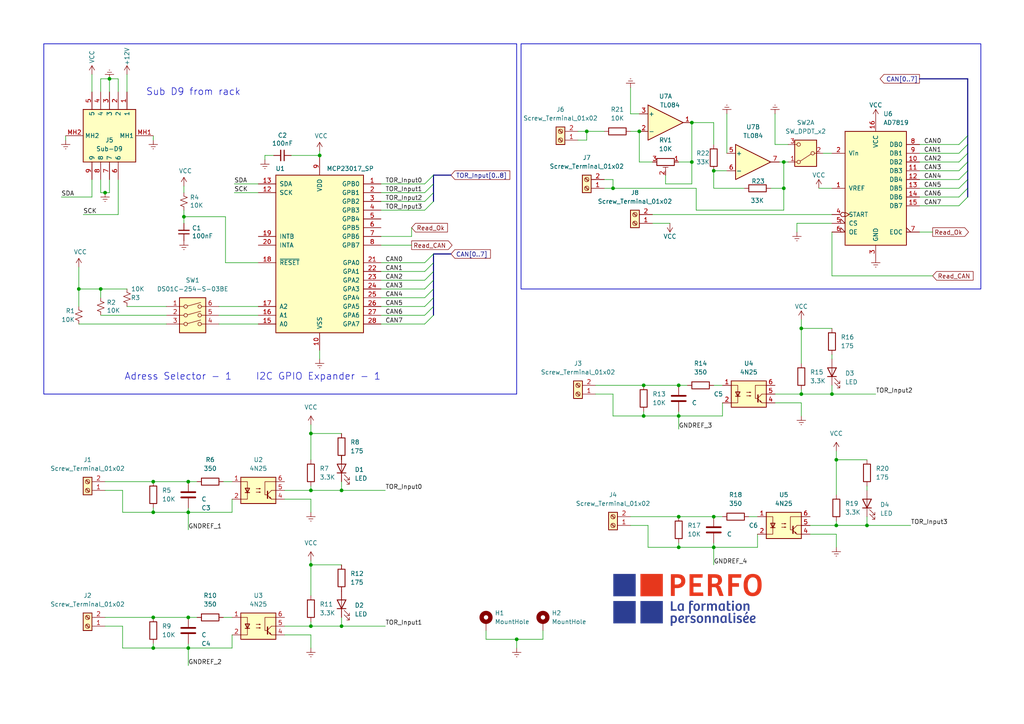
<source format=kicad_sch>
(kicad_sch (version 20231120) (generator "eeschema") (generator_version "8.0")
  (paper "A4")
  (title_block (title "Input Card") (date "2024-02-22"))
  (lib_symbols
    (symbol "Amplifier_Operational:TL084" (pin_names (offset 0.127))
      (property "Reference" "U" (at 0 5.08 0))
      (property "Value" "TL084" (at 0 -5.08 0))
      (symbol "TL084_1_1"
        (pin output line (at 7.62 0 180) (length 2.54) (name "~") (number "1"))
        (pin input line (at -7.62 -2.54 0) (length 2.54) (name "-") (number "2"))
        (pin input line (at -7.62 2.54 0) (length 2.54) (name "+") (number "3"))
      )
      (symbol "TL084_2_1"
        (pin input line (at -7.62 2.54 0) (length 2.54) (name "+") (number "5"))
        (pin input line (at -7.62 -2.54 0) (length 2.54) (name "-") (number "6"))
        (pin output line (at 7.62 0 180) (length 2.54) (name "~") (number "7"))
      )
      (symbol "TL084_3_1"
        (pin input line (at -7.62 2.54 0) (length 2.54) (name "+") (number "10"))
        (pin output line (at 7.62 0 180) (length 2.54) (name "~") (number "8"))
        (pin input line (at -7.62 -2.54 0) (length 2.54) (name "-") (number "9"))
      )
      (symbol "TL084_4_1"
        (pin input line (at -7.62 2.54 0) (length 2.54) (name "+") (number "12"))
        (pin input line (at -7.62 -2.54 0) (length 2.54) (name "-") (number "13"))
        (pin output line (at 7.62 0 180) (length 2.54) (name "~") (number "14"))
      )
      (symbol "TL084_5_1"
        (pin power_in line (at -2.54 -7.62 90) (length 3.81) (name "V-") (number "11"))
        (pin power_in line (at -2.54 7.62 270) (length 3.81) (name "V+") (number "4"))
      )
    )
    (symbol "Analog_ADC:AD7819" (pin_names (offset 1.016))
      (property "Reference" "U" (at -7.62 17.78 0))
      (property "Value" "AD7819" (at 3.81 17.78 0))
      (symbol "AD7819_1_1"
        (pin input line (at -12.7 0 0) (length 3.81) (name "VREF") (number "1"))
        (pin tri_state line (at 12.7 7.62 180) (length 3.81) (name "DB2") (number "10"))
        (pin tri_state line (at 12.7 5.08 180) (length 3.81) (name "DB3") (number "11"))
        (pin tri_state line (at 12.7 2.54 180) (length 3.81) (name "DB4") (number "12"))
        (pin tri_state line (at 12.7 0 180) (length 3.81) (name "DB5") (number "13"))
        (pin tri_state line (at 12.7 -2.54 180) (length 3.81) (name "DB6") (number "14"))
        (pin tri_state line (at 12.7 -5.08 180) (length 3.81) (name "DB7") (number "15"))
        (pin power_in line (at 0 20.32 270) (length 3.81) (name "VCC") (number "16"))
        (pin input line (at -12.7 10.16 0) (length 3.81) (name "Vin") (number "2"))
        (pin power_in line (at 0 -20.32 90) (length 3.81) (name "GND") (number "3"))
        (pin input inverted_clock (at -12.7 -7.62 0) (length 3.81) (name "START") (number "4"))
        (pin input input_low (at -12.7 -10.16 0) (length 3.81) (name "CS") (number "5"))
        (pin input input_low (at -12.7 -12.7 0) (length 3.81) (name "OE") (number "6"))
        (pin output output_low (at 12.7 -12.7 180) (length 3.81) (name "EOC") (number "7"))
        (pin tri_state line (at 12.7 12.7 180) (length 3.81) (name "DB0") (number "8"))
        (pin tri_state line (at 12.7 10.16 180) (length 3.81) (name "DB1") (number "9"))
      )
    )
    (symbol "Connector:Screw_Terminal_01x02" (pin_names (offset 1.016) hide)
      (property "Reference" "J" (at 0 2.54 0))
      (property "Value" "Screw_Terminal_01x02" (at 0 -5.08 0))
      (symbol "Screw_Terminal_01x02_1_1"
        (pin passive line (at -5.08 0 0) (length 3.81) (name "Pin_1") (number "1"))
        (pin passive line (at -5.08 -2.54 0) (length 3.81) (name "Pin_2") (number "2"))
      )
    )
    (symbol "Device:C" (pin_numbers hide) (pin_names (offset 0.254))
      (property "Reference" "C" (at 0.635 2.54 0))
      (property "Value" "C" (at 0.635 -2.54 0))
      (symbol "C_1_1"
        (pin passive line (at 0 3.81 270) (length 2.794) (name "~") (number "1"))
        (pin passive line (at 0 -3.81 90) (length 2.794) (name "~") (number "2"))
      )
    )
    (symbol "Device:C_Small" (pin_numbers hide) (pin_names (offset 0.254) hide)
      (property "Reference" "C" (at 0.254 1.778 0))
      (property "Value" "C_Small" (at 0.254 -2.032 0))
      (symbol "C_Small_1_1"
        (pin passive line (at 0 2.54 270) (length 2.032) (name "~") (number "1"))
        (pin passive line (at 0 -2.54 90) (length 2.032) (name "~") (number "2"))
      )
    )
    (symbol "Device:LED" (pin_numbers hide) (pin_names (offset 1.016) hide)
      (property "Reference" "D" (at 0 2.54 0))
      (property "Value" "LED" (at 0 -2.54 0))
      (symbol "LED_1_1"
        (pin passive line (at -3.81 0 0) (length 2.54) (name "K") (number "1"))
        (pin passive line (at 3.81 0 180) (length 2.54) (name "A") (number "2"))
      )
    )
    (symbol "Device:R" (pin_numbers hide) (pin_names (offset 0))
      (property "Reference" "R" (at 2.032 0 90))
      (property "Value" "R" (at 0 0 90))
      (symbol "R_1_1"
        (pin passive line (at 0 3.81 270) (length 1.27) (name "~") (number "1"))
        (pin passive line (at 0 -3.81 90) (length 1.27) (name "~") (number "2"))
      )
    )
    (symbol "Device:R_Potentiometer_Trim" (pin_names (offset 1.016) hide)
      (property "Reference" "RV" (at -4.445 0 90))
      (property "Value" "R_Potentiometer_Trim" (at -2.54 0 90))
      (symbol "R_Potentiometer_Trim_1_1"
        (pin passive line (at 0 3.81 270) (length 1.27) (name "1") (number "1"))
        (pin passive line (at 3.81 0 180) (length 1.27) (name "2") (number "2"))
        (pin passive line (at 0 -3.81 90) (length 1.27) (name "3") (number "3"))
      )
    )
    (symbol "Device:R_Small_US" (pin_numbers hide) (pin_names (offset 0.254) hide)
      (property "Reference" "R" (at 0.762 0.508 0))
      (property "Value" "R_Small_US" (at 0.762 -1.016 0))
      (symbol "R_Small_US_1_1"
        (pin passive line (at 0 2.54 270) (length 1.016) (name "~") (number "1"))
        (pin passive line (at 0 -2.54 90) (length 1.016) (name "~") (number "2"))
      )
    )
    (symbol "Interface_Expansion:MCP23017_SP" (pin_names (offset 1.016))
      (property "Reference" "U" (at -11.43 24.13 0))
      (property "Value" "MCP23017_SP" (at 0 0 0))
      (symbol "MCP23017_SP_1_1"
        (pin bidirectional line (at 17.78 20.32 180) (length 5.08) (name "GPB0") (number "1"))
        (pin power_in line (at 0 -27.94 90) (length 5.08) (name "VSS") (number "10"))
        (pin no_connect line (at -12.7 15.24 0) (length 5.08) hide (name "NC") (number "11"))
        (pin input line (at -17.78 17.78 0) (length 5.08) (name "SCK") (number "12"))
        (pin bidirectional line (at -17.78 20.32 0) (length 5.08) (name "SDA") (number "13"))
        (pin no_connect line (at -12.7 12.7 0) (length 5.08) hide (name "NC") (number "14"))
        (pin input line (at -17.78 -20.32 0) (length 5.08) (name "A0") (number "15"))
        (pin input line (at -17.78 -17.78 0) (length 5.08) (name "A1") (number "16"))
        (pin input line (at -17.78 -15.24 0) (length 5.08) (name "A2") (number "17"))
        (pin input line (at -17.78 -2.54 0) (length 5.08) (name "~{RESET}") (number "18"))
        (pin tri_state line (at -17.78 5.08 0) (length 5.08) (name "INTB") (number "19"))
        (pin bidirectional line (at 17.78 17.78 180) (length 5.08) (name "GPB1") (number "2"))
        (pin tri_state line (at -17.78 2.54 0) (length 5.08) (name "INTA") (number "20"))
        (pin bidirectional line (at 17.78 -2.54 180) (length 5.08) (name "GPA0") (number "21"))
        (pin bidirectional line (at 17.78 -5.08 180) (length 5.08) (name "GPA1") (number "22"))
        (pin bidirectional line (at 17.78 -7.62 180) (length 5.08) (name "GPA2") (number "23"))
        (pin bidirectional line (at 17.78 -10.16 180) (length 5.08) (name "GPA3") (number "24"))
        (pin bidirectional line (at 17.78 -12.7 180) (length 5.08) (name "GPA4") (number "25"))
        (pin bidirectional line (at 17.78 -15.24 180) (length 5.08) (name "GPA5") (number "26"))
        (pin bidirectional line (at 17.78 -17.78 180) (length 5.08) (name "GPA6") (number "27"))
        (pin bidirectional line (at 17.78 -20.32 180) (length 5.08) (name "GPA7") (number "28"))
        (pin bidirectional line (at 17.78 15.24 180) (length 5.08) (name "GPB2") (number "3"))
        (pin bidirectional line (at 17.78 12.7 180) (length 5.08) (name "GPB3") (number "4"))
        (pin bidirectional line (at 17.78 10.16 180) (length 5.08) (name "GPB4") (number "5"))
        (pin bidirectional line (at 17.78 7.62 180) (length 5.08) (name "GPB5") (number "6"))
        (pin bidirectional line (at 17.78 5.08 180) (length 5.08) (name "GPB6") (number "7"))
        (pin bidirectional line (at 17.78 2.54 180) (length 5.08) (name "GPB7") (number "8"))
        (pin power_in line (at 0 27.94 270) (length 5.08) (name "VDD") (number "9"))
      )
    )
    (symbol "Isolator:4N25" (pin_names (offset 1.016))
      (property "Reference" "U" (at -5.08 5.08 0))
      (property "Value" "4N25" (at 0 5.08 0))
      (symbol "4N25_1_1"
        (pin passive line (at -7.62 2.54 0) (length 2.54) (name "~") (number "1"))
        (pin passive line (at -7.62 -2.54 0) (length 2.54) (name "~") (number "2"))
        (pin no_connect line (at -5.08 0 0) (length 2.54) hide (name "NC") (number "3"))
        (pin passive line (at 7.62 -2.54 180) (length 2.54) (name "~") (number "4"))
        (pin passive line (at 7.62 0 180) (length 2.54) (name "~") (number "5"))
        (pin passive line (at 7.62 2.54 180) (length 2.54) (name "~") (number "6"))
      )
    )
    (symbol "Lib Perso:NFD17E09SAFC1DA"
      (property "Reference" "J" (at 21.59 12.7 0))
      (property "Value" "NFD17E09SAFC1DA" (at 21.59 10.16 0))
      (symbol "NFD17E09SAFC1DA_1_1"
        (pin passive line (at 17.78 12.7 270) (length 5.08) (name "1") (number "1"))
        (pin passive line (at 15.24 12.7 270) (length 5.08) (name "2") (number "2"))
        (pin passive line (at 12.7 12.7 270) (length 5.08) (name "3") (number "3"))
        (pin passive line (at 10.16 12.7 270) (length 5.08) (name "4") (number "4"))
        (pin passive line (at 7.62 12.7 270) (length 5.08) (name "5") (number "5"))
        (pin passive line (at 15.24 -12.7 90) (length 5.08) (name "6") (number "6"))
        (pin passive line (at 12.7 -12.7 90) (length 5.08) (name "7") (number "7"))
        (pin passive line (at 10.16 -12.7 90) (length 5.08) (name "8") (number "8"))
        (pin passive line (at 7.62 -12.7 90) (length 5.08) (name "9") (number "9"))
        (pin passive line (at 25.4 0 180) (length 5.08) (name "MH1") (number "MH1"))
        (pin passive line (at 0 0 0) (length 5.08) (name "MH2") (number "MH2"))
      )
    )
    (symbol "Mechanical:MountingHole_Pad" (pin_numbers hide) (pin_names (offset 1.016) hide)
      (property "Reference" "H" (at 0 6.35 0))
      (property "Value" "MountingHole_Pad" (at 0 4.445 0))
      (symbol "MountingHole_Pad_1_1"
        (pin input line (at 0 -2.54 90) (length 2.54) (name "1") (number "1"))
      )
    )
    (symbol "Switch:SW_DIP_x03" (pin_names (offset 0) hide)
      (property "Reference" "SW" (at 0 8.89 0))
      (property "Value" "SW_DIP_x03" (at 0 -3.81 0))
      (symbol "SW_DIP_x03_1_1"
        (pin passive line (at -7.62 5.08 0) (length 5.08) (name "~") (number "1"))
        (pin passive line (at -7.62 2.54 0) (length 5.08) (name "~") (number "2"))
        (pin passive line (at -7.62 0 0) (length 5.08) (name "~") (number "3"))
        (pin passive line (at 7.62 0 180) (length 5.08) (name "~") (number "4"))
        (pin passive line (at 7.62 2.54 180) (length 5.08) (name "~") (number "5"))
        (pin passive line (at 7.62 5.08 180) (length 5.08) (name "~") (number "6"))
      )
    )
    (symbol "Switch:SW_DPDT_x2" (pin_names (offset 0) hide)
      (property "Reference" "SW" (at 0 5.08 0))
      (property "Value" "SW_DPDT_x2" (at 0 -5.08 0))
      (symbol "SW_DPDT_x2_1_1"
        (pin passive line (at 5.08 2.54 180) (length 2.54) (name "A") (number "1"))
        (pin passive line (at -5.08 0 0) (length 2.54) (name "B") (number "2"))
        (pin passive line (at 5.08 -2.54 180) (length 2.54) (name "C") (number "3"))
      )
      (symbol "SW_DPDT_x2_2_1"
        (pin passive line (at 5.08 2.54 180) (length 2.54) (name "A") (number "4"))
        (pin passive line (at -5.08 0 0) (length 2.54) (name "B") (number "5"))
        (pin passive line (at 5.08 -2.54 180) (length 2.54) (name "C") (number "6"))
      )
    )
    (symbol "power:+12V" (power) (pin_names (offset 0))
      (property "Value" "+12V" (at 0 3.556 0))
      (symbol "+12V_1_1"
        (pin power_in line (at 0 0 90) (length 0) hide (name "+12V") (number "1"))
      )
    )
    (symbol "power:GNDREF" (power) (pin_names (offset 0))
      (property "Value" "GNDREF" (at 0 -3.81 0))
      (symbol "GNDREF_1_1"
        (pin power_in line (at 0 0 270) (length 0) hide (name "GNDREF") (number "1"))
      )
    )
    (symbol "power:VCC" (power) (pin_names (offset 0))
      (property "Value" "VCC" (at 0 3.81 0))
      (symbol "VCC_1_1"
        (pin power_in line (at 0 0 90) (length 0) hide (name "VCC") (number "1"))
      )
    )
  )
  (junction (at 53.34 62.865))
  (junction (at 196.85 158.75))
  (junction (at 207.01 158.75))
  (junction (at 99.06 142.24))
  (junction (at 54.61 187.96))
  (junction (at 185.42 38.1))
  (junction (at 242.57 133.35))
  (junction (at 44.45 139.7))
  (junction (at 99.06 181.61))
  (junction (at 90.17 181.61))
  (junction (at 232.41 114.3))
  (junction (at 241.3 114.3))
  (junction (at 186.69 111.76))
  (junction (at 200.66 35.56))
  (junction (at 196.85 149.86))
  (junction (at 54.61 148.59))
  (junction (at 44.45 148.59))
  (junction (at 54.61 139.7))
  (junction (at 177.8 54.61))
  (junction (at 44.45 187.96))
  (junction (at 242.57 152.4))
  (junction (at 207.01 49.53))
  (junction (at 196.85 120.65))
  (junction (at 31.75 22.86))
  (junction (at 92.71 45.085))
  (junction (at 232.41 95.25))
  (junction (at 149.86 185.42))
  (junction (at 44.45 179.07))
  (junction (at 90.17 142.24))
  (junction (at 90.17 125.73))
  (junction (at 200.66 46.99))
  (junction (at 22.86 83.82))
  (junction (at 207.01 149.86))
  (junction (at 54.61 179.07))
  (junction (at 251.46 152.4))
  (junction (at 170.18 38.1))
  (junction (at 196.85 111.76))
  (junction (at 30.48 55.88))
  (junction (at 227.33 46.99))
  (junction (at 29.21 83.82))
  (junction (at 186.69 120.65))
  (junction (at 90.17 163.83))
  (junction (at 227.33 54.61))
  (bus_entry (at 125.73 53.34) (size -2.54 2.54))
  (bus_entry (at 125.73 83.82) (size -2.54 2.54))
  (bus_entry (at 125.73 55.88) (size -2.54 2.54))
  (bus_entry (at 125.73 76.2) (size -2.54 2.54))
  (bus_entry (at 278.13 46.99) (size 2.54 -2.54))
  (bus_entry (at 125.73 86.36) (size -2.54 2.54))
  (bus_entry (at 278.13 59.69) (size 2.54 -2.54))
  (bus_entry (at 125.73 73.66) (size -2.54 2.54))
  (bus_entry (at 125.73 88.9) (size -2.54 2.54))
  (bus_entry (at 125.73 78.74) (size -2.54 2.54))
  (bus_entry (at 125.73 81.28) (size -2.54 2.54))
  (bus_entry (at 125.73 91.44) (size -2.54 2.54))
  (bus_entry (at 278.13 49.53) (size 2.54 -2.54))
  (bus_entry (at 278.13 52.07) (size 2.54 -2.54))
  (bus_entry (at 125.73 58.42) (size -2.54 2.54))
  (bus_entry (at 278.13 44.45) (size 2.54 -2.54))
  (bus_entry (at 125.73 50.8) (size -2.54 2.54))
  (bus_entry (at 278.13 54.61) (size 2.54 -2.54))
  (bus_entry (at 278.13 41.91) (size 2.54 -2.54))
  (bus_entry (at 278.13 57.15) (size 2.54 -2.54))
  (wire (pts (xy 241.3 80.01) (xy 270.51 80.01)))
  (wire (pts (xy 196.85 46.99) (xy 200.66 46.99)))
  (wire (pts (xy 74.93 55.88) (xy 67.945 55.88)))
  (wire (pts (xy 207.01 54.61) (xy 215.9 54.61)))
  (wire (pts (xy 67.31 184.15) (xy 67.31 187.96)))
  (wire (pts (xy 90.17 163.83) (xy 90.17 172.72)))
  (wire (pts (xy 227.33 46.99) (xy 228.6 46.99)))
  (wire (pts (xy 110.49 83.82) (xy 123.19 83.82)))
  (wire (pts (xy 110.49 93.98) (xy 123.19 93.98)))
  (wire (pts (xy 186.69 119.38) (xy 186.69 120.65)))
  (wire (pts (xy 242.57 130.81) (xy 242.57 133.35)))
  (wire (pts (xy 251.46 149.86) (xy 251.46 152.4)))
  (wire (pts (xy 266.7 57.15) (xy 278.13 57.15)))
  (wire (pts (xy 30.48 179.07) (xy 44.45 179.07)))
  (wire (pts (xy 74.93 53.34) (xy 67.945 53.34)))
  (wire (pts (xy 172.72 111.76) (xy 186.69 111.76)))
  (wire (pts (xy 29.21 26.67) (xy 29.21 22.86)))
  (wire (pts (xy 242.57 154.94) (xy 242.57 158.75)))
  (wire (pts (xy 251.46 140.97) (xy 251.46 142.24)))
  (wire (pts (xy 187.96 152.4) (xy 187.96 158.75)))
  (wire (pts (xy 19.05 39.37) (xy 19.05 40.64)))
  (wire (pts (xy 44.45 147.32) (xy 44.45 148.59)))
  (wire (pts (xy 209.55 116.84) (xy 209.55 120.65)))
  (wire (pts (xy 110.49 81.28) (xy 123.19 81.28)))
  (wire (pts (xy 242.57 133.35) (xy 251.46 133.35)))
  (wire (pts (xy 241.3 114.3) (xy 254 114.3)))
  (wire (pts (xy 90.17 125.73) (xy 90.17 133.35)))
  (wire (pts (xy 196.85 120.65) (xy 196.85 124.46)))
  (wire (pts (xy 157.48 182.88) (xy 157.48 185.42)))
  (wire (pts (xy 110.49 86.36) (xy 123.19 86.36)))
  (wire (pts (xy 201.93 60.96) (xy 227.33 60.96)))
  (wire (pts (xy 53.34 55.88) (xy 53.34 53.975)))
  (wire (pts (xy 149.86 185.42) (xy 157.48 185.42)))
  (wire (pts (xy 92.71 45.72) (xy 92.71 45.085)))
  (wire (pts (xy 232.41 113.03) (xy 232.41 114.3)))
  (wire (pts (xy 196.85 120.65) (xy 209.55 120.65)))
  (wire (pts (xy 224.79 33.02) (xy 224.79 41.91)))
  (wire (pts (xy 110.49 88.9) (xy 123.19 88.9)))
  (wire (pts (xy 241.3 111.76) (xy 241.3 114.3)))
  (wire (pts (xy 227.33 46.99) (xy 227.33 54.61)))
  (wire (pts (xy 54.61 187.96) (xy 67.31 187.96)))
  (wire (pts (xy 34.29 62.23) (xy 24.13 62.23)))
  (wire (pts (xy 54.61 186.69) (xy 54.61 187.96)))
  (wire (pts (xy 200.66 46.99) (xy 200.66 53.34)))
  (wire (pts (xy 219.71 154.94) (xy 219.71 158.75)))
  (wire (pts (xy 207.01 49.53) (xy 210.82 49.53)))
  (wire (pts (xy 90.17 181.61) (xy 82.55 181.61)))
  (wire (pts (xy 110.49 60.96) (xy 123.19 60.96)))
  (wire (pts (xy 170.18 40.64) (xy 170.18 38.1)))
  (wire (pts (xy 224.79 116.84) (xy 232.41 116.84)))
  (wire (pts (xy 266.7 52.07) (xy 278.13 52.07)))
  (wire (pts (xy 65.405 76.2) (xy 65.405 62.865)))
  (wire (pts (xy 35.56 181.61) (xy 35.56 187.96)))
  (wire (pts (xy 196.85 157.48) (xy 196.85 158.75)))
  (wire (pts (xy 266.7 59.69) (xy 278.13 59.69)))
  (wire (pts (xy 232.41 114.3) (xy 241.3 114.3)))
  (wire (pts (xy 232.41 95.25) (xy 232.41 105.41)))
  (wire (pts (xy 90.17 125.73) (xy 99.06 125.73)))
  (wire (pts (xy 34.29 22.86) (xy 31.75 22.86)))
  (wire (pts (xy 110.49 55.88) (xy 123.19 55.88)))
  (wire (pts (xy 84.455 45.085) (xy 92.71 45.085)))
  (wire (pts (xy 29.21 83.82) (xy 36.83 83.82)))
  (wire (pts (xy 35.56 148.59) (xy 44.45 148.59)))
  (wire (pts (xy 196.85 158.75) (xy 207.01 158.75)))
  (wire (pts (xy 182.88 149.86) (xy 196.85 149.86)))
  (wire (pts (xy 196.85 149.86) (xy 207.01 149.86)))
  (wire (pts (xy 193.04 50.8) (xy 193.04 53.34)))
  (wire (pts (xy 22.86 93.98) (xy 48.26 93.98)))
  (wire (pts (xy 64.77 139.7) (xy 67.31 139.7)))
  (wire (pts (xy 140.97 185.42) (xy 140.97 182.88)))
  (wire (pts (xy 167.64 40.64) (xy 170.18 40.64)))
  (bus (pts (xy 125.73 55.88) (xy 125.73 53.34)))
  (wire (pts (xy 232.41 95.25) (xy 241.3 95.25)))
  (wire (pts (xy 53.34 60.96) (xy 53.34 62.865)))
  (wire (pts (xy 90.17 142.24) (xy 82.55 142.24)))
  (wire (pts (xy 177.8 120.65) (xy 186.69 120.65)))
  (wire (pts (xy 207.01 49.53) (xy 207.01 54.61)))
  (wire (pts (xy 231.14 64.77) (xy 231.14 67.31)))
  (wire (pts (xy 207.01 149.86) (xy 209.55 149.86)))
  (wire (pts (xy 119.38 68.58) (xy 110.49 68.58)))
  (wire (pts (xy 110.49 78.74) (xy 123.19 78.74)))
  (wire (pts (xy 44.45 186.69) (xy 44.45 187.96)))
  (wire (pts (xy 82.55 144.78) (xy 90.17 144.78)))
  (wire (pts (xy 30.48 139.7) (xy 44.45 139.7)))
  (wire (pts (xy 238.76 44.45) (xy 241.3 44.45)))
  (wire (pts (xy 90.17 140.97) (xy 90.17 142.24)))
  (wire (pts (xy 227.33 60.96) (xy 227.33 54.61)))
  (bus (pts (xy 125.73 76.2) (xy 125.73 73.66)))
  (wire (pts (xy 241.3 102.87) (xy 241.3 104.14)))
  (wire (pts (xy 140.97 185.42) (xy 149.86 185.42)))
  (wire (pts (xy 207.01 157.48) (xy 207.01 158.75)))
  (wire (pts (xy 54.61 139.7) (xy 57.15 139.7)))
  (wire (pts (xy 30.48 181.61) (xy 35.56 181.61)))
  (wire (pts (xy 242.57 133.35) (xy 242.57 143.51)))
  (wire (pts (xy 266.7 46.99) (xy 278.13 46.99)))
  (wire (pts (xy 110.49 71.12) (xy 119.38 71.12)))
  (wire (pts (xy 63.5 93.98) (xy 74.93 93.98)))
  (wire (pts (xy 110.49 58.42) (xy 123.19 58.42)))
  (wire (pts (xy 36.83 88.9) (xy 48.26 88.9)))
  (wire (pts (xy 175.26 52.07) (xy 177.8 52.07)))
  (bus (pts (xy 125.73 53.34) (xy 125.73 50.8)))
  (wire (pts (xy 201.93 54.61) (xy 201.93 60.96)))
  (wire (pts (xy 63.5 88.9) (xy 74.93 88.9)))
  (bus (pts (xy 125.73 91.44) (xy 125.73 88.9)))
  (wire (pts (xy 185.42 33.02) (xy 182.88 33.02)))
  (wire (pts (xy 223.52 54.61) (xy 227.33 54.61)))
  (bus (pts (xy 125.73 86.36) (xy 125.73 83.82)))
  (wire (pts (xy 44.45 39.37) (xy 44.45 40.64)))
  (wire (pts (xy 36.83 21.59) (xy 36.83 26.67)))
  (wire (pts (xy 242.57 151.13) (xy 242.57 152.4)))
  (wire (pts (xy 170.18 38.1) (xy 175.26 38.1)))
  (bus (pts (xy 280.67 54.61) (xy 280.67 52.07)))
  (wire (pts (xy 31.75 52.07) (xy 31.75 55.88)))
  (wire (pts (xy 185.42 38.1) (xy 185.42 46.99)))
  (wire (pts (xy 167.64 38.1) (xy 170.18 38.1)))
  (wire (pts (xy 217.17 149.86) (xy 219.71 149.86)))
  (wire (pts (xy 172.72 114.3) (xy 177.8 114.3)))
  (wire (pts (xy 189.23 64.77) (xy 194.31 64.77)))
  (bus (pts (xy 125.73 73.66) (xy 130.81 73.66)))
  (bus (pts (xy 280.67 41.91) (xy 280.67 39.37)))
  (wire (pts (xy 99.06 139.7) (xy 99.06 142.24)))
  (bus (pts (xy 280.67 39.37) (xy 280.67 22.86)))
  (wire (pts (xy 54.61 148.59) (xy 54.61 153.67)))
  (bus (pts (xy 125.73 50.8) (xy 130.81 50.8)))
  (wire (pts (xy 99.06 142.24) (xy 111.76 142.24)))
  (wire (pts (xy 177.8 54.61) (xy 201.93 54.61)))
  (wire (pts (xy 54.61 187.96) (xy 54.61 193.04)))
  (wire (pts (xy 207.01 41.91) (xy 207.01 35.56)))
  (wire (pts (xy 35.56 187.96) (xy 44.45 187.96)))
  (wire (pts (xy 200.66 35.56) (xy 200.66 46.99)))
  (wire (pts (xy 31.75 22.86) (xy 31.75 26.67)))
  (wire (pts (xy 182.88 25.4) (xy 182.88 33.02)))
  (wire (pts (xy 22.86 83.82) (xy 22.86 88.9)))
  (wire (pts (xy 207.01 35.56) (xy 200.66 35.56)))
  (wire (pts (xy 67.31 144.78) (xy 67.31 148.59)))
  (bus (pts (xy 280.67 44.45) (xy 280.67 41.91)))
  (wire (pts (xy 210.82 33.02) (xy 210.82 44.45)))
  (bus (pts (xy 125.73 78.74) (xy 125.73 76.2)))
  (wire (pts (xy 242.57 152.4) (xy 234.95 152.4)))
  (wire (pts (xy 90.17 181.61) (xy 99.06 181.61)))
  (bus (pts (xy 280.67 57.15) (xy 280.67 54.61)))
  (wire (pts (xy 29.21 22.86) (xy 31.75 22.86)))
  (wire (pts (xy 99.06 181.61) (xy 111.76 181.61)))
  (wire (pts (xy 54.61 179.07) (xy 57.15 179.07)))
  (wire (pts (xy 29.21 91.44) (xy 48.26 91.44)))
  (wire (pts (xy 186.69 111.76) (xy 196.85 111.76)))
  (bus (pts (xy 266.7 22.86) (xy 280.67 22.86)))
  (wire (pts (xy 76.835 45.085) (xy 76.835 46.355)))
  (wire (pts (xy 90.17 162.56) (xy 90.17 163.83)))
  (wire (pts (xy 182.88 152.4) (xy 187.96 152.4)))
  (wire (pts (xy 187.96 158.75) (xy 196.85 158.75)))
  (wire (pts (xy 99.06 179.07) (xy 99.06 181.61)))
  (wire (pts (xy 29.21 55.88) (xy 30.48 55.88)))
  (wire (pts (xy 26.67 57.15) (xy 17.78 57.15)))
  (wire (pts (xy 99.06 133.35) (xy 99.06 132.08)))
  (wire (pts (xy 182.88 38.1) (xy 185.42 38.1)))
  (wire (pts (xy 35.56 142.24) (xy 35.56 148.59)))
  (wire (pts (xy 177.8 114.3) (xy 177.8 120.65)))
  (wire (pts (xy 175.26 54.61) (xy 177.8 54.61)))
  (wire (pts (xy 92.71 104.14) (xy 92.71 101.6)))
  (wire (pts (xy 242.57 152.4) (xy 251.46 152.4)))
  (wire (pts (xy 266.7 49.53) (xy 278.13 49.53)))
  (wire (pts (xy 241.3 64.77) (xy 231.14 64.77)))
  (wire (pts (xy 34.29 26.67) (xy 34.29 22.86)))
  (wire (pts (xy 54.61 148.59) (xy 67.31 148.59)))
  (wire (pts (xy 232.41 92.71) (xy 232.41 95.25)))
  (wire (pts (xy 110.49 53.34) (xy 123.19 53.34)))
  (wire (pts (xy 241.3 67.31) (xy 241.3 80.01)))
  (wire (pts (xy 29.21 83.82) (xy 22.86 83.82)))
  (wire (pts (xy 207.01 158.75) (xy 207.01 163.83)))
  (wire (pts (xy 193.04 53.34) (xy 200.66 53.34)))
  (bus (pts (xy 125.73 88.9) (xy 125.73 86.36)))
  (wire (pts (xy 44.45 139.7) (xy 54.61 139.7)))
  (wire (pts (xy 232.41 114.3) (xy 224.79 114.3)))
  (wire (pts (xy 26.67 52.07) (xy 26.67 57.15)))
  (wire (pts (xy 79.375 45.085) (xy 76.835 45.085)))
  (wire (pts (xy 90.17 180.34) (xy 90.17 181.61)))
  (wire (pts (xy 226.06 46.99) (xy 227.33 46.99)))
  (wire (pts (xy 64.77 179.07) (xy 67.31 179.07)))
  (wire (pts (xy 44.45 187.96) (xy 54.61 187.96)))
  (bus (pts (xy 280.67 46.99) (xy 280.67 44.45)))
  (wire (pts (xy 237.49 54.61) (xy 241.3 54.61)))
  (wire (pts (xy 65.405 62.865) (xy 53.34 62.865)))
  (wire (pts (xy 44.45 179.07) (xy 54.61 179.07)))
  (wire (pts (xy 90.17 123.19) (xy 90.17 125.73)))
  (wire (pts (xy 266.7 67.31) (xy 270.51 67.31)))
  (wire (pts (xy 53.34 62.865) (xy 53.34 64.77)))
  (wire (pts (xy 207.01 158.75) (xy 219.71 158.75)))
  (bus (pts (xy 280.67 52.07) (xy 280.67 49.53)))
  (wire (pts (xy 196.85 111.76) (xy 199.39 111.76)))
  (wire (pts (xy 30.48 142.24) (xy 35.56 142.24)))
  (wire (pts (xy 54.61 147.32) (xy 54.61 148.59)))
  (wire (pts (xy 266.7 44.45) (xy 278.13 44.45)))
  (wire (pts (xy 266.7 54.61) (xy 278.13 54.61)))
  (bus (pts (xy 280.67 49.53) (xy 280.67 46.99)))
  (wire (pts (xy 196.85 119.38) (xy 196.85 120.65)))
  (bus (pts (xy 125.73 81.28) (xy 125.73 78.74)))
  (wire (pts (xy 65.405 76.2) (xy 74.93 76.2)))
  (wire (pts (xy 177.8 52.07) (xy 177.8 54.61)))
  (wire (pts (xy 90.17 184.15) (xy 90.17 187.96)))
  (wire (pts (xy 149.86 185.42) (xy 149.86 187.96)))
  (wire (pts (xy 31.75 55.88) (xy 30.48 55.88)))
  (wire (pts (xy 251.46 152.4) (xy 264.16 152.4)))
  (wire (pts (xy 82.55 184.15) (xy 90.17 184.15)))
  (wire (pts (xy 234.95 154.94) (xy 242.57 154.94)))
  (wire (pts (xy 110.49 91.44) (xy 123.19 91.44)))
  (bus (pts (xy 125.73 58.42) (xy 125.73 55.88)))
  (wire (pts (xy 92.71 45.085) (xy 92.71 43.815)))
  (wire (pts (xy 29.21 52.07) (xy 29.21 55.88)))
  (wire (pts (xy 207.01 111.76) (xy 209.55 111.76)))
  (wire (pts (xy 110.49 76.2) (xy 123.19 76.2)))
  (wire (pts (xy 63.5 91.44) (xy 74.93 91.44)))
  (wire (pts (xy 266.7 41.91) (xy 278.13 41.91)))
  (wire (pts (xy 186.69 120.65) (xy 196.85 120.65)))
  (bus (pts (xy 125.73 83.82) (xy 125.73 81.28)))
  (wire (pts (xy 22.86 77.47) (xy 22.86 83.82)))
  (wire (pts (xy 34.29 52.07) (xy 34.29 62.23)))
  (wire (pts (xy 26.67 21.59) (xy 26.67 26.67)))
  (wire (pts (xy 232.41 116.84) (xy 232.41 120.65)))
  (wire (pts (xy 119.38 66.04) (xy 119.38 68.58)))
  (wire (pts (xy 90.17 144.78) (xy 90.17 148.59)))
  (wire (pts (xy 185.42 46.99) (xy 189.23 46.99)))
  (wire (pts (xy 90.17 163.83) (xy 99.06 163.83)))
  (wire (pts (xy 90.17 142.24) (xy 99.06 142.24)))
  (wire (pts (xy 29.21 86.36) (xy 29.21 83.82)))
  (wire (pts (xy 228.6 41.91) (xy 224.79 41.91)))
  (wire (pts (xy 189.23 62.23) (xy 241.3 62.23)))
  (wire (pts (xy 44.45 148.59) (xy 54.61 148.59)))
  (rectangle (start 12.7 12.7) (end 149.86 114.3) (stroke (width 0.2)))
  (rectangle (start 151.13 12.7) (end 284.48 83.82) (stroke (width 0.2)))
  (image (at 199.39 173.99) (scale 1.68779))
  (text "I2C GPIO Expander - 1\n" (at 110.49 110.49 0) (effects (font (size 2.0066 2.0066)) (justify right bottom)))
  (text "Adress Selector - 1" (at 67.31 110.49 0) (effects (font (size 2.0066 2.0066)) (justify right bottom)))
  (text "Sub D9 from rack" (at 69.85 27.94 0) (effects (font (size 2.0066 2.0066)) (justify right bottom)))
  (label "TOR_Input3" (at 111.76 60.96 0))
  (label "TOR_Input3" (at 264.16 152.4 0))
  (label "CAN0" (at 267.97 41.91 0))
  (label "CAN7" (at 267.97 59.69 0))
  (label "CAN0" (at 111.76 76.2 0))
  (label "CAN5" (at 111.76 88.9 0))
  (label "TOR_Input1" (at 111.76 55.88 0))
  (label "GNDREF_3" (at 196.85 124.46 0))
  (label "GNDREF_1" (at 54.61 153.67 0))
  (label "SCK" (at 67.945 55.88 0))
  (label "CAN1" (at 111.76 78.74 0))
  (label "CAN3" (at 111.76 83.82 0))
  (label "TOR_Input2" (at 254 114.3 0))
  (label "CAN6" (at 267.97 57.15 0))
  (label "TOR_Input0" (at 111.76 142.24 0))
  (label "CAN4" (at 267.97 52.07 0))
  (label "SCK" (at 24.13 62.23 0))
  (label "GNDREF_2" (at 54.61 193.04 0))
  (label "CAN3" (at 267.97 49.53 0))
  (label "CAN7" (at 111.76 93.98 0))
  (label "SDA" (at 67.945 53.34 0))
  (label "TOR_Input1" (at 111.76 181.61 0))
  (label "CAN4" (at 111.76 86.36 0))
  (label "GNDREF_4" (at 207.01 163.83 0))
  (label "CAN2" (at 111.76 81.28 0))
  (label "CAN1" (at 267.97 44.45 0))
  (label "CAN6" (at 111.76 91.44 0))
  (label "TOR_Input0" (at 111.76 53.34 0))
  (label "CAN2" (at 267.97 46.99 0))
  (label "CAN5" (at 267.97 54.61 0))
  (label "TOR_Input2" (at 111.76 58.42 0))
  (label "SDA" (at 17.78 57.15 0))
  (global_label "Read_CAN" (shape output) (at 119.38 71.12 0) (property "Intersheetrefs" "${INTERSHEET_REFS}" (effects (hide yes))))
  (global_label "TOR_Input[0..8]" (shape input) (at 130.81 50.8 0) (property "Intersheetrefs" "${INTERSHEET_REFS}" (effects (hide yes))))
  (global_label "Read_CAN" (shape input) (at 270.51 80.01 0) (property "Intersheetrefs" "${INTERSHEET_REFS}" (effects (hide yes))))
  (global_label "CAN[0..7]" (shape input) (at 130.81 73.66 0) (property "Intersheetrefs" "${INTERSHEET_REFS}" (effects (hide yes))))
  (global_label "CAN[0..7]" (shape output) (at 266.7 22.86 180) (property "Intersheetrefs" "${INTERSHEET_REFS}" (effects (hide yes))))
  (global_label "Read_Ok" (shape output) (at 270.51 67.31 0) (property "Intersheetrefs" "${INTERSHEET_REFS}" (effects (hide yes))))
  (global_label "Read_Ok" (shape input) (at 119.38 66.04 0) (property "Intersheetrefs" "${INTERSHEET_REFS}" (effects (hide yes))))
  (symbol (lib_id "Isolator:4N25") (at 227.33 152.4 0) (unit 1)
    (property "Reference" "U5" (at 227.33 143.51 0))
    (property "Value" "4N25" (at 227.33 146.05 0))
    (property "Footprint" "Package_DIP:DIP-6_W7.62mm" (effects (hide yes)))
    (property "Datasheet" "https://www.vishay.com/docs/83725/4n25.pdf" (effects (hide yes)))
  )
  (symbol (lib_id "Isolator:4N25") (at 217.17 114.3 0) (unit 1)
    (property "Reference" "U4" (at 217.17 105.41 0))
    (property "Value" "4N25" (at 217.17 107.95 0))
    (property "Footprint" "Package_DIP:DIP-6_W7.62mm" (effects (hide yes)))
    (property "Datasheet" "https://www.vishay.com/docs/83725/4n25.pdf" (effects (hide yes)))
  )
  (symbol (lib_id "Connector:Screw_Terminal_01x02") (at 177.8 152.4 180) (unit 1)
    (property "Reference" "J4" (at 177.8 143.51 0))
    (property "Value" "Screw_Terminal_01x02" (at 177.8 146.05 0))
    (property "Footprint" "Lib_Perso:1735882" (effects (hide yes)))
  )
  (symbol (lib_id "Amplifier_Operational:TL084") (at 193.04 35.56 0) (unit 1)
    (property "Reference" "U7" (at 193.04 27.94 0))
    (property "Value" "TL084" (at 194.31 30.48 0))
    (property "Footprint" "Lib_Perso:DIP794W53P254L1930H508Q14N" (effects (hide yes)))
    (property "Datasheet" "http://www.ti.com/lit/ds/symlink/tl081.pdf" (effects (hide yes)))
  )
  (symbol (lib_id "Connector:Screw_Terminal_01x02") (at 25.4 142.24 180) (unit 1)
    (property "Reference" "J1" (at 25.4 133.35 0))
    (property "Value" "Screw_Terminal_01x02" (at 25.4 135.89 0))
    (property "Footprint" "Lib_Perso:1735882" (effects (hide yes)))
  )
  (symbol (lib_id "power:+12V") (at 36.83 21.59 0) (unit 1)
    (property "Reference" "#PWR035" (effects (hide yes)))
    (property "Value" "+12V" (at 36.83 19.05 90) (effects (justify left)))
  )
  (symbol (lib_id "power:GNDREF") (at 19.05 40.64 0) (mirror y) (unit 1)
    (property "Reference" "#PWR031" (effects (hide yes)))
    (property "Value" "GNDREF" (effects (hide yes)))
  )
  (symbol (lib_id "Device:LED") (at 99.06 135.89 90) (unit 1)
    (property "Reference" "D1" (at 102.87 136.2075 90) (effects (justify right)))
    (property "Value" "LED" (at 102.87 138.7475 90) (effects (justify right)))
    (property "Footprint" "LED_THT:LED_D3.0mm_Horizontal_O3.81mm_Z2.0mm" (effects (hide yes)))
  )
  (symbol (lib_id "Device:R_Small_US") (at 29.21 88.9 0) (unit 1)
    (property "Reference" "R2" (at 30.9372 87.7316 0) (effects (justify left)))
    (property "Value" "10K" (at 30.9372 90.043 0) (effects (justify left)))
    (property "Footprint" "Resistor_THT:R_Axial_DIN0207_L6.3mm_D2.5mm_P7.62mm_Horizontal" (effects (hide yes)))
  )
  (symbol (lib_id "Mechanical:MountingHole_Pad") (at 140.97 180.34 0) (unit 1)
    (property "Reference" "H1" (at 143.51 177.8 0) (effects (justify left)))
    (property "Value" "MountHole" (at 143.51 180.34 0) (effects (justify left)))
    (property "Footprint" "MountingHole:MountingHole_3.2mm_M3_Pad_Via" (effects (hide yes)))
  )
  (symbol (lib_id "Device:C") (at 196.85 115.57 0) (unit 1)
    (property "Reference" "C5" (at 207.01 114.3 0) (effects (justify left)))
    (property "Value" "C" (at 200.66 116.84 0) (effects (justify left)))
    (property "Footprint" "Capacitor_THT:C_Radial_D4.0mm_H5.0mm_P1.50mm" (effects (hide yes)))
  )
  (symbol (lib_id "power:VCC") (at 232.41 92.71 0) (unit 1)
    (property "Reference" "#PWR027" (effects (hide yes)))
    (property "Value" "VCC" (at 232.41 88.9 0))
  )
  (symbol (lib_id "Device:R") (at 251.46 137.16 0) (unit 1)
    (property "Reference" "R20" (at 254 135.8899 0) (effects (justify left)))
    (property "Value" "175" (at 254 138.4299 0) (effects (justify left)))
    (property "Footprint" "Resistor_THT:R_Axial_DIN0207_L6.3mm_D2.5mm_P7.62mm_Horizontal" (effects (hide yes)))
  )
  (symbol (lib_id "power:VCC") (at 22.86 77.47 0) (unit 1)
    (property "Reference" "#PWR01" (effects (hide yes)))
    (property "Value" "VCC" (at 23.2918 73.0758 0))
  )
  (symbol (lib_id "Lib Perso:NFD17E09SAFC1DA") (at 19.05 39.37 0) (unit 1)
    (property "Reference" "J5" (at 31.75 40.64 0))
    (property "Value" "Sub-D9" (at 31.75 43.18 0))
    (property "Footprint" "Lib_Perso:NFD17E09SAFC1DA" (effects (hide yes)))
    (property "Datasheet" "https://cdn.amphenol-cs.com/media/wysiwyg/files/drawing/p-nfd17-xxxsa-fc1d-a.pdf" (effects (hide yes)))
    (property "Height" "12.93" (effects (hide yes)))
    (property "Manufacturer_Name" "Amphenol Communications Solutions" (effects (hide yes)))
    (property "Manufacturer_Part_Number" "NFD17E09SAFC1DA" (effects (hide yes)))
  )
  (symbol (lib_id "power:VCC") (at 90.17 123.19 0) (unit 1)
    (property "Reference" "#PWR011" (effects (hide yes)))
    (property "Value" "VCC" (at 90.17 118.11 0))
  )
  (symbol (lib_id "Device:C") (at 54.61 182.88 0) (unit 1)
    (property "Reference" "C4" (at 58.42 186.69 0) (effects (justify left)))
    (property "Value" "C" (at 58.42 184.15 0) (effects (justify left)))
    (property "Footprint" "Capacitor_THT:C_Radial_D4.0mm_H5.0mm_P1.50mm" (effects (hide yes)))
  )
  (symbol (lib_id "Device:R_Potentiometer_Trim") (at 193.04 46.99 270) (unit 1)
    (property "Reference" "RV1" (at 193.04 40.64 90))
    (property "Value" "10K" (at 193.04 43.18 90))
    (property "Footprint" "Lib_Perso:3296W1223LF" (effects (hide yes)))
  )
  (symbol (lib_id "Device:R") (at 90.17 176.53 0) (unit 1)
    (property "Reference" "R11" (at 92.71 175.2599 0) (effects (justify left)))
    (property "Value" "3.3K" (at 92.71 177.7999 0) (effects (justify left)))
    (property "Footprint" "Resistor_THT:R_Axial_DIN0207_L6.3mm_D2.5mm_P7.62mm_Horizontal" (effects (hide yes)))
  )
  (symbol (lib_id "Device:R") (at 60.96 139.7 90) (unit 1)
    (property "Reference" "R6" (at 60.96 133.35 90))
    (property "Value" "350" (at 60.96 135.89 90))
    (property "Footprint" "Resistor_THT:R_Axial_DIN0207_L6.3mm_D2.5mm_P7.62mm_Horizontal" (effects (hide yes)))
  )
  (symbol (lib_id "Device:R") (at 186.69 115.57 0) (unit 1)
    (property "Reference" "R13" (at 189.23 114.2999 0) (effects (justify left)))
    (property "Value" "10K" (at 189.23 116.8399 0) (effects (justify left)))
    (property "Footprint" "Resistor_THT:R_Axial_DIN0207_L6.3mm_D2.5mm_P7.62mm_Horizontal" (effects (hide yes)))
  )
  (symbol (lib_id "power:GNDREF") (at 44.45 40.64 0) (mirror y) (unit 1)
    (property "Reference" "#PWR036" (effects (hide yes)))
    (property "Value" "GNDREF" (effects (hide yes)))
  )
  (symbol (lib_id "power:VCC") (at 237.49 54.61 0) (unit 1)
    (property "Reference" "#PWR041" (effects (hide yes)))
    (property "Value" "VCC" (at 237.49 50.8 0))
  )
  (symbol (lib_id "power:GNDREF") (at 224.79 33.02 0) (mirror x) (unit 1)
    (property "Reference" "#PWR039" (effects (hide yes)))
    (property "Value" "GNDREF" (effects (hide yes)))
  )
  (symbol (lib_id "Device:R") (at 44.45 182.88 0) (unit 1)
    (property "Reference" "R9" (at 46.99 181.6099 0) (effects (justify left)))
    (property "Value" "10K" (at 46.99 184.1499 0) (effects (justify left)))
    (property "Footprint" "Resistor_THT:R_Axial_DIN0207_L6.3mm_D2.5mm_P7.62mm_Horizontal" (effects (hide yes)))
  )
  (symbol (lib_id "Device:R_Small_US") (at 22.86 91.44 0) (unit 1)
    (property "Reference" "R1" (at 19.05 90.17 0) (effects (justify left)))
    (property "Value" "10K" (at 17.78 92.71 0) (effects (justify left)))
    (property "Footprint" "Resistor_THT:R_Axial_DIN0207_L6.3mm_D2.5mm_P7.62mm_Horizontal" (effects (hide yes)))
  )
  (symbol (lib_id "power:GNDREF") (at 53.34 69.85 0) (mirror y) (unit 1)
    (property "Reference" "#PWR03" (effects (hide yes)))
    (property "Value" "GNDREF" (effects (hide yes)))
  )
  (symbol (lib_id "power:GNDREF") (at 92.71 104.14 0) (mirror y) (unit 1)
    (property "Reference" "#PWR06" (effects (hide yes)))
    (property "Value" "GNDREF" (effects (hide yes)))
  )
  (symbol (lib_id "power:VCC") (at 254 34.29 0) (unit 1)
    (property "Reference" "#PWR040" (effects (hide yes)))
    (property "Value" "VCC" (at 254 30.48 0))
  )
  (symbol (lib_id "Device:R") (at 242.57 147.32 0) (unit 1)
    (property "Reference" "R19" (at 245.11 146.0499 0) (effects (justify left)))
    (property "Value" "3.3K" (at 245.11 148.5899 0) (effects (justify left)))
    (property "Footprint" "Resistor_THT:R_Axial_DIN0207_L6.3mm_D2.5mm_P7.62mm_Horizontal" (effects (hide yes)))
  )
  (symbol (lib_id "Isolator:4N25") (at 74.93 181.61 0) (unit 1)
    (property "Reference" "U3" (at 74.93 172.72 0))
    (property "Value" "4N25" (at 74.93 175.26 0))
    (property "Footprint" "Package_DIP:DIP-6_W7.62mm" (effects (hide yes)))
    (property "Datasheet" "https://www.vishay.com/docs/83725/4n25.pdf" (effects (hide yes)))
  )
  (symbol (lib_id "Amplifier_Operational:TL084") (at 218.44 46.99 0) (unit 2)
    (property "Reference" "U7" (at 218.44 36.83 0))
    (property "Value" "TL084" (at 218.44 39.37 0))
    (property "Footprint" "Lib_Perso:DIP794W53P254L1930H508Q14N" (effects (hide yes)))
    (property "Datasheet" "http://www.ti.com/lit/ds/symlink/tl081.pdf" (effects (hide yes)))
  )
  (symbol (lib_id "Device:R") (at 99.06 129.54 0) (unit 1)
    (property "Reference" "R8" (at 101.6 128.2699 0) (effects (justify left)))
    (property "Value" "175" (at 101.6 130.8099 0) (effects (justify left)))
    (property "Footprint" "Resistor_THT:R_Axial_DIN0207_L6.3mm_D2.5mm_P7.62mm_Horizontal" (effects (hide yes)))
  )
  (symbol (lib_id "Connector:Screw_Terminal_01x02") (at 25.4 181.61 180) (unit 1)
    (property "Reference" "J2" (at 25.4 172.72 0))
    (property "Value" "Screw_Terminal_01x02" (at 25.4 175.26 0))
    (property "Footprint" "Lib_Perso:1735882" (effects (hide yes)))
  )
  (symbol (lib_id "Device:R") (at 213.36 149.86 90) (unit 1)
    (property "Reference" "R18" (at 213.36 143.51 90))
    (property "Value" "350" (at 213.36 146.05 90))
    (property "Footprint" "Resistor_THT:R_Axial_DIN0207_L6.3mm_D2.5mm_P7.62mm_Horizontal" (effects (hide yes)))
  )
  (symbol (lib_id "power:VCC") (at 194.31 64.77 180) (unit 1)
    (property "Reference" "#PWR044" (effects (hide yes)))
    (property "Value" "VCC" (at 194.31 68.58 0))
  )
  (symbol (lib_id "Device:R") (at 203.2 111.76 90) (unit 1)
    (property "Reference" "R14" (at 203.2 105.41 90))
    (property "Value" "350" (at 203.2 107.95 90))
    (property "Footprint" "Resistor_THT:R_Axial_DIN0207_L6.3mm_D2.5mm_P7.62mm_Horizontal" (effects (hide yes)))
  )
  (symbol (lib_id "Device:R") (at 196.85 153.67 0) (unit 1)
    (property "Reference" "R17" (at 199.39 152.3999 0) (effects (justify left)))
    (property "Value" "10K" (at 199.39 154.9399 0) (effects (justify left)))
    (property "Footprint" "Resistor_THT:R_Axial_DIN0207_L6.3mm_D2.5mm_P7.62mm_Horizontal" (effects (hide yes)))
  )
  (symbol (lib_id "power:GNDREF") (at 30.48 55.88 0) (mirror y) (unit 1)
    (property "Reference" "#PWR033" (effects (hide yes)))
    (property "Value" "GNDREF" (effects (hide yes)))
  )
  (symbol (lib_id "Mechanical:MountingHole_Pad") (at 157.48 180.34 0) (unit 1)
    (property "Reference" "H2" (at 160.02 177.8 0) (effects (justify left)))
    (property "Value" "MountHole" (at 160.02 180.34 0) (effects (justify left)))
    (property "Footprint" "MountingHole:MountingHole_3.2mm_M3_Pad_Via" (effects (hide yes)))
  )
  (symbol (lib_id "Device:C") (at 207.01 153.67 0) (unit 1)
    (property "Reference" "C6" (at 217.17 152.4 0) (effects (justify left)))
    (property "Value" "C" (at 210.82 154.94 0) (effects (justify left)))
    (property "Footprint" "Capacitor_THT:C_Radial_D4.0mm_H5.0mm_P1.50mm" (effects (hide yes)))
  )
  (symbol (lib_id "Switch:SW_DIP_x03") (at 55.88 93.98 0) (unit 1)
    (property "Reference" "SW1" (at 55.88 81.28 0))
    (property "Value" "DS01C-254-S-03BE" (at 55.88 83.82 0))
    (property "Footprint" "Lib_Perso:DS01C254S03BE" (effects (hide yes)))
  )
  (symbol (lib_id "power:GNDREF") (at 254 74.93 0) (mirror y) (unit 1)
    (property "Reference" "#PWR042" (effects (hide yes)))
    (property "Value" "GNDREF" (effects (hide yes)))
  )
  (symbol (lib_id "Analog_ADC:AD7819") (at 254 54.61 0) (unit 1)
    (property "Reference" "U6" (at 256.1941 33.02 0) (effects (justify left)))
    (property "Value" "AD7819" (at 256.1941 35.56 0) (effects (justify left)))
    (property "Footprint" "Lib_Perso:DIP794W56P254L2013H533Q16N" (effects (hide yes)))
    (property "Datasheet" "https://www.analog.com/media/en/technical-documentation/data-sheets/AD7819.pdf" (effects (hide yes)))
  )
  (symbol (lib_id "Connector:Screw_Terminal_01x02") (at 184.15 64.77 180) (unit 1)
    (property "Reference" "J8" (at 184.15 55.88 0))
    (property "Value" "Screw_Terminal_01x02" (at 184.15 58.42 0))
    (property "Footprint" "Lib_Perso:1735882" (effects (hide yes)))
  )
  (symbol (lib_id "Connector:Screw_Terminal_01x02") (at 170.18 54.61 180) (unit 1)
    (property "Reference" "J7" (at 170.18 45.72 0))
    (property "Value" "Screw_Terminal_01x02" (at 170.18 48.26 0))
    (property "Footprint" "Lib_Perso:1735882" (effects (hide yes)))
  )
  (symbol (lib_id "power:GNDREF") (at 76.835 46.355 0) (mirror y) (unit 1)
    (property "Reference" "#PWR04" (effects (hide yes)))
    (property "Value" "GNDREF" (effects (hide yes)))
  )
  (symbol (lib_id "Device:R") (at 241.3 99.06 0) (unit 1)
    (property "Reference" "R16" (at 243.84 97.7899 0) (effects (justify left)))
    (property "Value" "175" (at 243.84 100.3299 0) (effects (justify left)))
    (property "Footprint" "Resistor_THT:R_Axial_DIN0207_L6.3mm_D2.5mm_P7.62mm_Horizontal" (effects (hide yes)))
  )
  (symbol (lib_id "power:GNDREF") (at 182.88 25.4 0) (mirror x) (unit 1)
    (property "Reference" "#PWR037" (effects (hide yes)))
    (property "Value" "GNDREF" (effects (hide yes)))
  )
  (symbol (lib_id "Device:LED") (at 241.3 107.95 90) (unit 1)
    (property "Reference" "D3" (at 245.11 108.2675 90) (effects (justify right)))
    (property "Value" "LED" (at 245.11 110.8075 90) (effects (justify right)))
    (property "Footprint" "LED_THT:LED_D3.0mm_Horizontal_O3.81mm_Z2.0mm" (effects (hide yes)))
  )
  (symbol (lib_id "Switch:SW_DPDT_x2") (at 233.68 44.45 180) (unit 1)
    (property "Reference" "SW2" (at 233.68 35.56 0))
    (property "Value" "SW_DPDT_x2" (at 233.68 38.1 0))
    (property "Footprint" "Lib_Perso:090329001" (effects (hide yes)))
  )
  (symbol (lib_id "Device:R_Small_US") (at 53.34 58.42 0) (unit 1)
    (property "Reference" "R4" (at 55.0672 57.2516 0) (effects (justify left)))
    (property "Value" "10K" (at 55.0672 59.563 0) (effects (justify left)))
    (property "Footprint" "Resistor_THT:R_Axial_DIN0207_L6.3mm_D2.5mm_P7.62mm_Horizontal" (effects (hide yes)))
  )
  (symbol (lib_id "power:VCC") (at 53.34 53.975 0) (unit 1)
    (property "Reference" "#PWR02" (effects (hide yes)))
    (property "Value" "VCC" (at 53.7718 49.5808 0))
  )
  (symbol (lib_id "Device:R") (at 179.07 38.1 90) (unit 1)
    (property "Reference" "R21" (at 179.07 31.75 90))
    (property "Value" "10K" (at 179.07 34.29 90))
    (property "Footprint" "Resistor_THT:R_Axial_DIN0207_L6.3mm_D2.5mm_P7.62mm_Horizontal" (effects (hide yes)))
  )
  (symbol (lib_id "power:VCC") (at 26.67 21.59 0) (unit 1)
    (property "Reference" "#PWR032" (effects (hide yes)))
    (property "Value" "VCC" (at 26.67 16.51 90))
  )
  (symbol (lib_id "Connector:Screw_Terminal_01x02") (at 167.64 114.3 180) (unit 1)
    (property "Reference" "J3" (at 167.64 105.41 0))
    (property "Value" "Screw_Terminal_01x02" (at 167.64 107.95 0))
    (property "Footprint" "Lib_Perso:1735882" (effects (hide yes)))
  )
  (symbol (lib_id "Device:R") (at 219.71 54.61 270) (unit 1)
    (property "Reference" "R23" (at 217.932 52.578 90) (effects (justify left)))
    (property "Value" "33K" (at 217.678 58.166 90) (effects (justify left)))
    (property "Footprint" "Resistor_THT:R_Axial_DIN0207_L6.3mm_D2.5mm_P7.62mm_Horizontal" (effects (hide yes)))
  )
  (symbol (lib_id "Device:R") (at 232.41 109.22 0) (unit 1)
    (property "Reference" "R15" (at 234.95 107.9499 0) (effects (justify left)))
    (property "Value" "3.3K" (at 234.95 110.4899 0) (effects (justify left)))
    (property "Footprint" "Resistor_THT:R_Axial_DIN0207_L6.3mm_D2.5mm_P7.62mm_Horizontal" (effects (hide yes)))
  )
  (symbol (lib_id "power:VCC") (at 242.57 130.81 0) (unit 1)
    (property "Reference" "#PWR029" (effects (hide yes)))
    (property "Value" "VCC" (at 242.57 125.73 0))
  )
  (symbol (lib_id "Device:R") (at 99.06 167.64 0) (unit 1)
    (property "Reference" "R12" (at 101.6 166.3699 0) (effects (justify left)))
    (property "Value" "175" (at 101.6 168.9099 0) (effects (justify left)))
    (property "Footprint" "Resistor_THT:R_Axial_DIN0207_L6.3mm_D2.5mm_P7.62mm_Horizontal" (effects (hide yes)))
  )
  (symbol (lib_id "power:GNDREF") (at 232.41 120.65 0) (mirror y) (unit 1)
    (property "Reference" "#PWR07" (effects (hide yes)))
    (property "Value" "GNDREF" (effects (hide yes)))
  )
  (symbol (lib_id "power:VCC") (at 90.17 162.56 0) (unit 1)
    (property "Reference" "#PWR017" (effects (hide yes)))
    (property "Value" "VCC" (at 90.17 157.48 0))
  )
  (symbol (lib_id "Device:C_Small") (at 53.34 67.31 180) (unit 1)
    (property "Reference" "C1" (at 55.6768 66.1416 0) (effects (justify right)))
    (property "Value" "100nF" (at 55.6768 68.453 0) (effects (justify right)))
    (property "Footprint" "Capacitor_THT:C_Radial_D4.0mm_H5.0mm_P1.50mm" (effects (hide yes)))
  )
  (symbol (lib_id "Device:C_Small") (at 81.915 45.085 270) (unit 1)
    (property "Reference" "C2" (at 81.915 39.2684 90))
    (property "Value" "100nF" (at 81.915 41.5798 90))
    (property "Footprint" "Capacitor_THT:C_Radial_D4.0mm_H5.0mm_P1.50mm" (effects (hide yes)))
  )
  (symbol (lib_id "power:GNDREF") (at 90.17 187.96 0) (mirror y) (unit 1)
    (property "Reference" "#PWR010" (effects (hide yes)))
    (property "Value" "GNDREF" (effects (hide yes)))
  )
  (symbol (lib_id "Device:LED") (at 251.46 146.05 90) (unit 1)
    (property "Reference" "D4" (at 255.27 146.3675 90) (effects (justify right)))
    (property "Value" "LED" (at 255.27 148.9075 90) (effects (justify right)))
    (property "Footprint" "LED_THT:LED_D3.0mm_Horizontal_O3.81mm_Z2.0mm" (effects (hide yes)))
  )
  (symbol (lib_id "Device:C") (at 54.61 143.51 0) (unit 1)
    (property "Reference" "C3" (at 58.42 147.32 0) (effects (justify left)))
    (property "Value" "C" (at 58.42 144.78 0) (effects (justify left)))
    (property "Footprint" "Capacitor_THT:C_Radial_D4.0mm_H5.0mm_P1.50mm" (effects (hide yes)))
  )
  (symbol (lib_id "power:GNDREF") (at 149.86 187.96 0) (mirror y) (unit 1)
    (property "Reference" "#PWR012" (effects (hide yes)))
    (property "Value" "GNDREF" (effects (hide yes)))
  )
  (symbol (lib_id "power:GNDREF") (at 242.57 158.75 0) (mirror y) (unit 1)
    (property "Reference" "#PWR08" (effects (hide yes)))
    (property "Value" "GNDREF" (effects (hide yes)))
  )
  (symbol (lib_id "power:VCC") (at 92.71 43.815 0) (unit 1)
    (property "Reference" "#PWR05" (effects (hide yes)))
    (property "Value" "VCC" (at 93.1418 39.4208 0))
  )
  (symbol (lib_id "Device:R") (at 90.17 137.16 0) (unit 1)
    (property "Reference" "R7" (at 92.71 135.8899 0) (effects (justify left)))
    (property "Value" "3.3K" (at 92.71 138.4299 0) (effects (justify left)))
    (property "Footprint" "Resistor_THT:R_Axial_DIN0207_L6.3mm_D2.5mm_P7.62mm_Horizontal" (effects (hide yes)))
  )
  (symbol (lib_id "Isolator:4N25") (at 74.93 142.24 0) (unit 1)
    (property "Reference" "U2" (at 74.93 133.35 0))
    (property "Value" "4N25" (at 74.93 135.89 0))
    (property "Footprint" "Package_DIP:DIP-6_W7.62mm" (effects (hide yes)))
    (property "Datasheet" "https://www.vishay.com/docs/83725/4n25.pdf" (effects (hide yes)))
  )
  (symbol (lib_id "Device:R") (at 60.96 179.07 90) (unit 1)
    (property "Reference" "R10" (at 60.96 172.72 90))
    (property "Value" "350" (at 60.96 175.26 90))
    (property "Footprint" "Resistor_THT:R_Axial_DIN0207_L6.3mm_D2.5mm_P7.62mm_Horizontal" (effects (hide yes)))
  )
  (symbol (lib_id "Connector:Screw_Terminal_01x02") (at 162.56 40.64 180) (unit 1)
    (property "Reference" "J6" (at 162.56 31.75 0))
    (property "Value" "Screw_Terminal_01x02" (at 162.56 34.29 0))
    (property "Footprint" "Lib_Perso:1735882" (effects (hide yes)))
  )
  (symbol (lib_id "Device:R_Small_US") (at 36.83 86.36 180) (unit 1)
    (property "Reference" "R3" (at 40.64 86.36 0) (effects (justify left)))
    (property "Value" "10K" (at 41.91 83.82 0) (effects (justify left)))
    (property "Footprint" "Resistor_THT:R_Axial_DIN0207_L6.3mm_D2.5mm_P7.62mm_Horizontal" (effects (hide yes)))
  )
  (symbol (lib_id "power:GNDREF") (at 90.17 148.59 0) (mirror y) (unit 1)
    (property "Reference" "#PWR09" (effects (hide yes)))
    (property "Value" "GNDREF" (effects (hide yes)))
  )
  (symbol (lib_id "power:GNDREF") (at 31.75 22.86 0) (mirror x) (unit 1)
    (property "Reference" "#PWR034" (effects (hide yes)))
    (property "Value" "GNDREF" (effects (hide yes)))
  )
  (symbol (lib_id "Device:R") (at 207.01 45.72 0) (unit 1)
    (property "Reference" "R22" (at 201.93 44.45 0) (effects (justify left)))
    (property "Value" "33K" (at 201.93 46.99 0) (effects (justify left)))
    (property "Footprint" "Resistor_THT:R_Axial_DIN0207_L6.3mm_D2.5mm_P7.62mm_Horizontal" (effects (hide yes)))
  )
  (symbol (lib_id "Device:LED") (at 99.06 175.26 90) (unit 1)
    (property "Reference" "D2" (at 102.87 175.5775 90) (effects (justify right)))
    (property "Value" "LED" (at 102.87 178.1175 90) (effects (justify right)))
    (property "Footprint" "LED_THT:LED_D3.0mm_Horizontal_O3.81mm_Z2.0mm" (effects (hide yes)))
  )
  (symbol (lib_id "Interface_Expansion:MCP23017_SP") (at 92.71 73.66 0) (unit 1)
    (property "Reference" "U1" (at 81.28 48.895 0))
    (property "Value" "MCP23017_SP" (at 101.6 48.895 0))
    (property "Footprint" "Package_DIP:DIP-28_W7.62mm" (effects (hide yes)))
    (property "Datasheet" "http://ww1.microchip.com/downloads/en/DeviceDoc/20001952C.pdf" (effects (hide yes)))
  )
  (symbol (lib_id "Device:R") (at 44.45 143.51 0) (unit 1)
    (property "Reference" "R5" (at 46.99 142.2399 0) (effects (justify left)))
    (property "Value" "10K" (at 46.99 144.7799 0) (effects (justify left)))
    (property "Footprint" "Resistor_THT:R_Axial_DIN0207_L6.3mm_D2.5mm_P7.62mm_Horizontal" (effects (hide yes)))
  )
  (symbol (lib_id "power:GNDREF") (at 210.82 33.02 0) (mirror x) (unit 1)
    (property "Reference" "#PWR038" (effects (hide yes)))
    (property "Value" "GNDREF" (effects (hide yes)))
  )
  (symbol (lib_id "power:GNDREF") (at 231.14 67.31 0) (mirror y) (unit 1)
    (property "Reference" "#PWR043" (effects (hide yes)))
    (property "Value" "GNDREF" (effects (hide yes)))
  )
)
</source>
